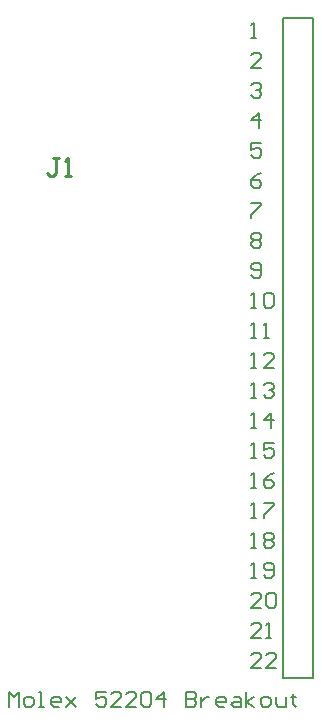
<source format=gto>
G04*
G04 #@! TF.GenerationSoftware,Altium Limited,Altium Designer,18.0.12 (696)*
G04*
G04 Layer_Color=65535*
%FSLAX25Y25*%
%MOIN*%
G70*
G01*
G75*
%ADD10C,0.00787*%
%ADD11C,0.00600*%
%ADD12C,0.01000*%
D10*
X111122Y15122D02*
Y227622D01*
Y235122D01*
X101122D02*
X111122D01*
X101122Y15122D02*
Y235122D01*
Y15122D02*
X111122D01*
D11*
X9500Y5500D02*
Y10498D01*
X11166Y8832D01*
X12832Y10498D01*
Y5500D01*
X15331D02*
X16998D01*
X17831Y6333D01*
Y7999D01*
X16998Y8832D01*
X15331D01*
X14498Y7999D01*
Y6333D01*
X15331Y5500D01*
X19497D02*
X21163D01*
X20330D01*
Y10498D01*
X19497D01*
X26161Y5500D02*
X24495D01*
X23662Y6333D01*
Y7999D01*
X24495Y8832D01*
X26161D01*
X26994Y7999D01*
Y7166D01*
X23662D01*
X28661Y8832D02*
X31993Y5500D01*
X30327Y7166D01*
X31993Y8832D01*
X28661Y5500D01*
X41989Y10498D02*
X38657D01*
Y7999D01*
X40323Y8832D01*
X41156D01*
X41989Y7999D01*
Y6333D01*
X41156Y5500D01*
X39490D01*
X38657Y6333D01*
X46988Y5500D02*
X43656D01*
X46988Y8832D01*
Y9665D01*
X46155Y10498D01*
X44489D01*
X43656Y9665D01*
X51986Y5500D02*
X48654D01*
X51986Y8832D01*
Y9665D01*
X51153Y10498D01*
X49487D01*
X48654Y9665D01*
X53652D02*
X54485Y10498D01*
X56151D01*
X56985Y9665D01*
Y6333D01*
X56151Y5500D01*
X54485D01*
X53652Y6333D01*
Y9665D01*
X61150Y5500D02*
Y10498D01*
X58651Y7999D01*
X61983D01*
X68647Y10498D02*
Y5500D01*
X71147D01*
X71980Y6333D01*
Y7166D01*
X71147Y7999D01*
X68647D01*
X71147D01*
X71980Y8832D01*
Y9665D01*
X71147Y10498D01*
X68647D01*
X73646Y8832D02*
Y5500D01*
Y7166D01*
X74479Y7999D01*
X75312Y8832D01*
X76145D01*
X81143Y5500D02*
X79477D01*
X78644Y6333D01*
Y7999D01*
X79477Y8832D01*
X81143D01*
X81976Y7999D01*
Y7166D01*
X78644D01*
X84476Y8832D02*
X86142D01*
X86975Y7999D01*
Y5500D01*
X84476D01*
X83643Y6333D01*
X84476Y7166D01*
X86975D01*
X88641Y5500D02*
Y10498D01*
Y7166D02*
X91140Y8832D01*
X88641Y7166D02*
X91140Y5500D01*
X94472D02*
X96139D01*
X96972Y6333D01*
Y7999D01*
X96139Y8832D01*
X94472D01*
X93639Y7999D01*
Y6333D01*
X94472Y5500D01*
X98638Y8832D02*
Y6333D01*
X99471Y5500D01*
X101970D01*
Y8832D01*
X104469Y9665D02*
Y8832D01*
X103636D01*
X105302D01*
X104469D01*
Y6333D01*
X105302Y5500D01*
X93706Y18547D02*
X90374D01*
X93706Y21880D01*
Y22713D01*
X92873Y23546D01*
X91207D01*
X90374Y22713D01*
X98705Y18547D02*
X95372D01*
X98705Y21880D01*
Y22713D01*
X97872Y23546D01*
X96205D01*
X95372Y22713D01*
X93706Y28547D02*
X90374D01*
X93706Y31879D01*
Y32713D01*
X92873Y33546D01*
X91207D01*
X90374Y32713D01*
X95372Y28547D02*
X97039D01*
X96205D01*
Y33546D01*
X95372Y32713D01*
X93706Y38547D02*
X90374D01*
X93706Y41879D01*
Y42713D01*
X92873Y43546D01*
X91207D01*
X90374Y42713D01*
X95372D02*
X96205Y43546D01*
X97872D01*
X98705Y42713D01*
Y39380D01*
X97872Y38547D01*
X96205D01*
X95372Y39380D01*
Y42713D01*
X90374Y48547D02*
X92040D01*
X91207D01*
Y53546D01*
X90374Y52713D01*
X94539Y49380D02*
X95372Y48547D01*
X97039D01*
X97872Y49380D01*
Y52713D01*
X97039Y53546D01*
X95372D01*
X94539Y52713D01*
Y51880D01*
X95372Y51046D01*
X97872D01*
X90374Y58547D02*
X92040D01*
X91207D01*
Y63546D01*
X90374Y62713D01*
X94539D02*
X95372Y63546D01*
X97039D01*
X97872Y62713D01*
Y61879D01*
X97039Y61046D01*
X97872Y60213D01*
Y59380D01*
X97039Y58547D01*
X95372D01*
X94539Y59380D01*
Y60213D01*
X95372Y61046D01*
X94539Y61879D01*
Y62713D01*
X95372Y61046D02*
X97039D01*
X90374Y68547D02*
X92040D01*
X91207D01*
Y73546D01*
X90374Y72713D01*
X94539Y73546D02*
X97872D01*
Y72713D01*
X94539Y69380D01*
Y68547D01*
X90374Y78547D02*
X92040D01*
X91207D01*
Y83546D01*
X90374Y82713D01*
X97872Y83546D02*
X96206Y82713D01*
X94539Y81046D01*
Y79380D01*
X95372Y78547D01*
X97039D01*
X97872Y79380D01*
Y80213D01*
X97039Y81046D01*
X94539D01*
X90374Y88547D02*
X92040D01*
X91207D01*
Y93546D01*
X90374Y92713D01*
X97872Y93546D02*
X94539D01*
Y91046D01*
X96206Y91879D01*
X97039D01*
X97872Y91046D01*
Y89380D01*
X97039Y88547D01*
X95372D01*
X94539Y89380D01*
X90374Y98547D02*
X92040D01*
X91207D01*
Y103546D01*
X90374Y102713D01*
X97039Y98547D02*
Y103546D01*
X94539Y101046D01*
X97872D01*
X90374Y108547D02*
X92040D01*
X91207D01*
Y113546D01*
X90374Y112713D01*
X94539D02*
X95372Y113546D01*
X97039D01*
X97872Y112713D01*
Y111880D01*
X97039Y111046D01*
X96206D01*
X97039D01*
X97872Y110213D01*
Y109380D01*
X97039Y108547D01*
X95372D01*
X94539Y109380D01*
X90374Y118547D02*
X92040D01*
X91207D01*
Y123546D01*
X90374Y122713D01*
X97872Y118547D02*
X94539D01*
X97872Y121879D01*
Y122713D01*
X97039Y123546D01*
X95372D01*
X94539Y122713D01*
X90374Y128547D02*
X92040D01*
X91207D01*
Y133546D01*
X90374Y132713D01*
X94539Y128547D02*
X96206D01*
X95372D01*
Y133546D01*
X94539Y132713D01*
X90374Y138547D02*
X92040D01*
X91207D01*
Y143546D01*
X90374Y142713D01*
X94539D02*
X95372Y143546D01*
X97039D01*
X97872Y142713D01*
Y139380D01*
X97039Y138547D01*
X95372D01*
X94539Y139380D01*
Y142713D01*
X90374Y149380D02*
X91207Y148547D01*
X92873D01*
X93706Y149380D01*
Y152713D01*
X92873Y153546D01*
X91207D01*
X90374Y152713D01*
Y151880D01*
X91207Y151046D01*
X93706D01*
X90374Y162713D02*
X91207Y163546D01*
X92873D01*
X93706Y162713D01*
Y161880D01*
X92873Y161046D01*
X93706Y160213D01*
Y159380D01*
X92873Y158547D01*
X91207D01*
X90374Y159380D01*
Y160213D01*
X91207Y161046D01*
X90374Y161880D01*
Y162713D01*
X91207Y161046D02*
X92873D01*
X90374Y173546D02*
X93706D01*
Y172713D01*
X90374Y169380D01*
Y168547D01*
X93706Y183546D02*
X92040Y182713D01*
X90374Y181046D01*
Y179380D01*
X91207Y178547D01*
X92873D01*
X93706Y179380D01*
Y180213D01*
X92873Y181046D01*
X90374D01*
X93706Y193546D02*
X90374D01*
Y191046D01*
X92040Y191879D01*
X92873D01*
X93706Y191046D01*
Y189380D01*
X92873Y188547D01*
X91207D01*
X90374Y189380D01*
X92873Y198547D02*
Y203546D01*
X90374Y201046D01*
X93706D01*
X90374Y212713D02*
X91207Y213546D01*
X92873D01*
X93706Y212713D01*
Y211879D01*
X92873Y211046D01*
X92040D01*
X92873D01*
X93706Y210213D01*
Y209380D01*
X92873Y208547D01*
X91207D01*
X90374Y209380D01*
X93706Y218547D02*
X90374D01*
X93706Y221880D01*
Y222713D01*
X92873Y223546D01*
X91207D01*
X90374Y222713D01*
Y228547D02*
X92040D01*
X91207D01*
Y233546D01*
X90374Y232713D01*
D12*
X26225Y188394D02*
X24225D01*
X25225D01*
Y183396D01*
X24225Y182396D01*
X23226D01*
X22226Y183396D01*
X28224Y182396D02*
X30223D01*
X29224D01*
Y188394D01*
X28224Y187394D01*
M02*

</source>
